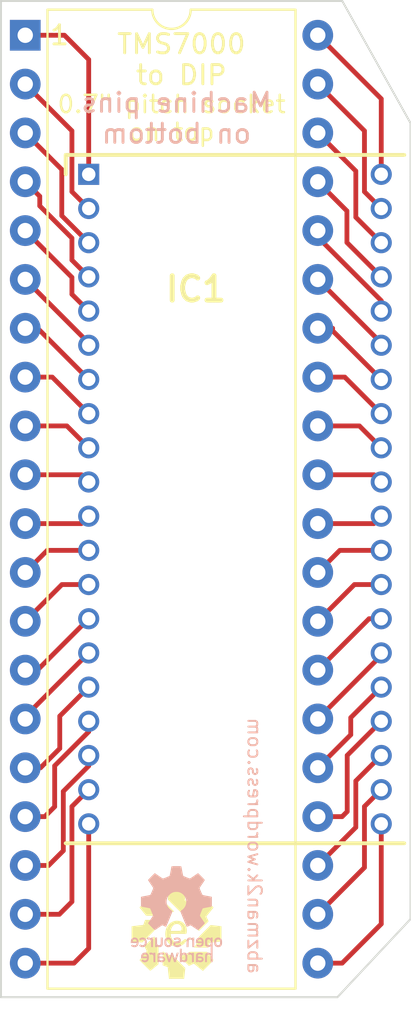
<source format=kicad_pcb>
(kicad_pcb (version 20211014) (generator pcbnew)
  (layers (0 "F.Cu" signal) (31 "B.Cu" signal) (34 "B.Paste" user) (35 "F.Paste" user) (36 "B.SilkS" user "B.Silkscreen") (37 "F.SilkS" user "F.Silkscreen") (38 "B.Mask" user) (39 "F.Mask" user) (44 "Edge.Cuts" user))
  (net 0 "")
  (net 1 "B5")
  (net 2 "B7")
  (net 3 "B0")
  (net 4 "B1")
  (net 5 "B2")
  (net 6 "A0")
  (net 7 "A1")
  (net 8 "A2")
  (net 9 "A3")
  (net 10 "A4")
  (net 11 "A7")
  (net 12 "{slash}INT3")
  (net 13 "{slash}INT1")
  (net 14 "{slash}RESET")
  (net 15 "A6")
  (net 16 "A5")
  (net 17 "XTAL2")
  (net 18 "XTAL1")
  (net 19 "D7")
  (net 20 "D6")
  (net 21 "D5")
  (net 22 "D4")
  (net 23 "D3")
  (net 24 "D2")
  (net 25 "Vcc")
  (net 26 "D1")
  (net 27 "D0")
  (net 28 "C0")
  (net 29 "C1")
  (net 30 "C2")
  (net 31 "C3")
  (net 32 "C4")
  (net 33 "C5")
  (net 34 "C6")
  (net 35 "C7")
  (net 36 "MC")
  (net 37 "B3")
  (net 38 "B4")
  (net 39 "B6")
  (net 40 "Vss")
  (footprint "Package_DIP:DIP-40_W15.24mm" (layer "F.Cu") (at 115.565 52.837)
    (fp_text reference "U1" hide)
    (fp_text value "DIP40 male pins")
    (pad "1" thru_hole rect locked (at 0 0) (size 1.6 1.6) (drill 0.8) (layers *.Cu *.Mask) (net 1 "B5"))
    (pad "2" thru_hole oval locked (at 0 2.54) (size 1.6 1.6) (drill 0.8) (layers *.Cu *.Mask) (net 2 "B7"))
    (pad "3" thru_hole oval locked (at 0 5.08) (size 1.6 1.6) (drill 0.8) (layers *.Cu *.Mask) (net 3 "B0"))
    (pad "4" thru_hole oval locked (at 0 7.62) (size 1.6 1.6) (drill 0.8) (layers *.Cu *.Mask) (net 4 "B1"))
    (pad "5" thru_hole oval locked (at 0 10.16) (size 1.6 1.6) (drill 0.8) (layers *.Cu *.Mask) (net 5 "B2"))
    (pad "6" thru_hole oval locked (at 0 12.7) (size 1.6 1.6) (drill 0.8) (layers *.Cu *.Mask) (net 6 "A0"))
    (pad "7" thru_hole oval locked (at 0 15.24) (size 1.6 1.6) (drill 0.8) (layers *.Cu *.Mask) (net 7 "A1"))
    (pad "8" thru_hole oval locked (at 0 17.78) (size 1.6 1.6) (drill 0.8) (layers *.Cu *.Mask) (net 8 "A2"))
    (pad "9" thru_hole oval locked (at 0 20.32) (size 1.6 1.6) (drill 0.8) (layers *.Cu *.Mask) (net 9 "A3"))
    (pad "10" thru_hole oval locked (at 0 22.86) (size 1.6 1.6) (drill 0.8) (layers *.Cu *.Mask) (net 10 "A4"))
    (pad "11" thru_hole oval locked (at 0 25.4) (size 1.6 1.6) (drill 0.8) (layers *.Cu *.Mask) (net 11 "A7"))
    (pad "12" thru_hole oval locked (at 0 27.94) (size 1.6 1.6) (drill 0.8) (layers *.Cu *.Mask) (net 12 "{slash}INT3"))
    (pad "13" thru_hole oval locked (at 0 30.48) (size 1.6 1.6) (drill 0.8) (layers *.Cu *.Mask) (net 13 "{slash}INT1"))
    (pad "14" thru_hole oval locked (at 0 33.02) (size 1.6 1.6) (drill 0.8) (layers *.Cu *.Mask) (net 14 "{slash}RESET"))
    (pad "15" thru_hole oval locked (at 0 35.56) (size 1.6 1.6) (drill 0.8) (layers *.Cu *.Mask) (net 15 "A6"))
    (pad "16" thru_hole oval locked (at 0 38.1) (size 1.6 1.6) (drill 0.8) (layers *.Cu *.Mask) (net 16 "A5"))
    (pad "17" thru_hole oval locked (at 0 40.64) (size 1.6 1.6) (drill 0.8) (layers *.Cu *.Mask) (net 17 "XTAL2"))
    (pad "18" thru_hole oval locked (at 0 43.18) (size 1.6 1.6) (drill 0.8) (layers *.Cu *.Mask) (net 18 "XTAL1"))
    (pad "19" thru_hole oval locked (at 0 45.72) (size 1.6 1.6) (drill 0.8) (layers *.Cu *.Mask) (net 19 "D7"))
    (pad "20" thru_hole oval locked (at 0 48.26) (size 1.6 1.6) (drill 0.8) (layers *.Cu *.Mask) (net 20 "D6"))
    (pad "21" thru_hole oval locked (at 15.24 48.26) (size 1.6 1.6) (drill 0.8) (layers *.Cu *.Mask) (net 21 "D5"))
    (pad "22" thru_hole oval locked (at 15.24 45.72) (size 1.6 1.6) (drill 0.8) (layers *.Cu *.Mask) (net 22 "D4"))
    (pad "23" thru_hole oval locked (at 15.24 43.18) (size 1.6 1.6) (drill 0.8) (layers *.Cu *.Mask) (net 23 "D3"))
    (pad "24" thru_hole oval locked (at 15.24 40.64) (size 1.6 1.6) (drill 0.8) (layers *.Cu *.Mask) (net 24 "D2"))
    (pad "25" thru_hole oval locked (at 15.24 38.1) (size 1.6 1.6) (drill 0.8) (layers *.Cu *.Mask) (net 25 "Vcc"))
    (pad "26" thru_hole oval locked (at 15.24 35.56) (size 1.6 1.6) (drill 0.8) (layers *.Cu *.Mask) (net 26 "D1"))
    (pad "27" thru_hole oval locked (at 15.24 33.02) (size 1.6 1.6) (drill 0.8) (layers *.Cu *.Mask) (net 27 "D0"))
    (pad "28" thru_hole oval locked (at 15.24 30.48) (size 1.6 1.6) (drill 0.8) (layers *.Cu *.Mask) (net 28 "C0"))
    (pad "29" thru_hole oval locked (at 15.24 27.94) (size 1.6 1.6) (drill 0.8) (layers *.Cu *.Mask) (net 29 "C1"))
    (pad "30" thru_hole oval locked (at 15.24 25.4) (size 1.6 1.6) (drill 0.8) (layers *.Cu *.Mask) (net 30 "C2"))
    (pad "31" thru_hole oval locked (at 15.24 22.86) (size 1.6 1.6) (drill 0.8) (layers *.Cu *.Mask) (net 31 "C3"))
    (pad "32" thru_hole oval locked (at 15.24 20.32) (size 1.6 1.6) (drill 0.8) (layers *.Cu *.Mask) (net 32 "C4"))
    (pad "33" thru_hole oval locked (at 15.24 17.78) (size 1.6 1.6) (drill 0.8) (layers *.Cu *.Mask) (net 33 "C5"))
    (pad "34" thru_hole oval locked (at 15.24 15.24) (size 1.6 1.6) (drill 0.8) (layers *.Cu *.Mask) (net 34 "C6"))
    (pad "35" thru_hole oval locked (at 15.24 12.7) (size 1.6 1.6) (drill 0.8) (layers *.Cu *.Mask) (net 35 "C7"))
    (pad "36" thru_hole oval locked (at 15.24 10.16) (size 1.6 1.6) (drill 0.8) (layers *.Cu *.Mask) (net 36 "MC"))
    (pad "37" thru_hole oval locked (at 15.24 7.62) (size 1.6 1.6) (drill 0.8) (layers *.Cu *.Mask) (net 37 "B3"))
    (pad "38" thru_hole oval locked (at 15.24 5.08) (size 1.6 1.6) (drill 0.8) (layers *.Cu *.Mask) (net 38 "B4"))
    (pad "39" thru_hole oval locked (at 15.24 2.54) (size 1.6 1.6) (drill 0.8) (layers *.Cu *.Mask) (net 39 "B6"))
    (pad "40" thru_hole oval locked (at 15.24 0) (size 1.6 1.6) (drill 0.8) (layers *.Cu *.Mask) (net 40 "Vss"))
  )
  (footprint "Evan's misc parts:Evan Logo" (layer "F.Cu") (at 123.444 99.568)
    (fp_text reference "G***" hide)
    (fp_text value "LOGO" hide)
  )
  (footprint "Evan's misc parts:DIPS1524W50P178L3580H420Q40N" (layer "F.Cu") (at 118.872 60.071)
    (fp_text reference "IC1" (at 5.588 5.969) (layer "F.SilkS") (effects (font (size 1.27 1.27) (thickness 0.254))))
    (fp_text value "117-83-640-41-005101" hide)
    (pad "1" thru_hole rect (at 0 0) (size 1.1 1.1) (drill 0.7) (layers *.Cu *.Mask) (net 1 "B5"))
    (pad "2" thru_hole circle (at 0 1.778) (size 1.1 1.1) (drill 0.7) (layers *.Cu *.Mask) (net 2 "B7"))
    (pad "3" thru_hole circle (at 0 3.556) (size 1.1 1.1) (drill 0.7) (layers *.Cu *.Mask) (net 3 "B0"))
    (pad "4" thru_hole circle (at 0 5.334) (size 1.1 1.1) (drill 0.7) (layers *.Cu *.Mask) (net 4 "B1"))
    (pad "5" thru_hole circle (at 0 7.112) (size 1.1 1.1) (drill 0.7) (layers *.Cu *.Mask) (net 5 "B2"))
    (pad "6" thru_hole circle (at 0 8.89) (size 1.1 1.1) (drill 0.7) (layers *.Cu *.Mask) (net 6 "A0"))
    (pad "7" thru_hole circle (at 0 10.668) (size 1.1 1.1) (drill 0.7) (layers *.Cu *.Mask) (net 7 "A1"))
    (pad "8" thru_hole circle (at 0 12.446) (size 1.1 1.1) (drill 0.7) (layers *.Cu *.Mask) (net 8 "A2"))
    (pad "9" thru_hole circle (at 0 14.224) (size 1.1 1.1) (drill 0.7) (layers *.Cu *.Mask) (net 9 "A3"))
    (pad "10" thru_hole circle (at 0 16.002) (size 1.1 1.1) (drill 0.7) (layers *.Cu *.Mask) (net 10 "A4"))
    (pad "11" thru_hole circle (at 0 17.78) (size 1.1 1.1) (drill 0.7) (layers *.Cu *.Mask) (net 11 "A7"))
    (pad "12" thru_hole circle (at 0 19.558) (size 1.1 1.1) (drill 0.7) (layers *.Cu *.Mask) (net 12 "{slash}INT3"))
    (pad "13" thru_hole circle (at 0 21.336) (size 1.1 1.1) (drill 0.7) (layers *.Cu *.Mask) (net 13 "{slash}INT1"))
    (pad "14" thru_hole circle (at 0 23.114) (size 1.1 1.1) (drill 0.7) (layers *.Cu *.Mask) (net 14 "{slash}RESET"))
    (pad "15" thru_hole circle (at 0 24.892) (size 1.1 1.1) (drill 0.7) (layers *.Cu *.Mask) (net 15 "A6"))
    (pad "16" thru_hole circle (at 0 26.67) (size 1.1 1.1) (drill 0.7) (layers *.Cu *.Mask) (net 16 "A5"))
    (pad "17" thru_hole circle (at 0 28.448) (size 1.1 1.1) (drill 0.7) (layers *.Cu *.Mask) (net 17 "XTAL2"))
    (pad "18" thru_hole circle (at 0 30.226) (size 1.1 1.1) (drill 0.7) (layers *.Cu *.Mask) (net 18 "XTAL1"))
    (pad "19" thru_hole circle (at 0 32.004) (size 1.1 1.1) (drill 0.7) (layers *.Cu *.Mask) (net 19 "D7"))
    (pad "20" thru_hole circle (at 0 33.782) (size 1.1 1.1) (drill 0.7) (layers *.Cu *.Mask) (net 20 "D6"))
    (pad "21" thru_hole circle (at 15.24 33.782) (size 1.1 1.1) (drill 0.7) (layers *.Cu *.Mask) (net 21 "D5"))
    (pad "22" thru_hole circle (at 15.24 32.004) (size 1.1 1.1) (drill 0.7) (layers *.Cu *.Mask) (net 22 "D4"))
    (pad "23" thru_hole circle (at 15.24 30.226) (size 1.1 1.1) (drill 0.7) (layers *.Cu *.Mask) (net 23 "D3"))
    (pad "24" thru_hole circle (at 15.24 28.448) (size 1.1 1.1) (drill 0.7) (layers *.Cu *.Mask) (net 24 "D2"))
    (pad "25" thru_hole circle (at 15.24 26.67) (size 1.1 1.1) (drill 0.7) (layers *.Cu *.Mask) (net 25 "Vcc"))
    (pad "26" thru_hole circle (at 15.24 24.892) (size 1.1 1.1) (drill 0.7) (layers *.Cu *.Mask) (net 26 "D1"))
    (pad "27" thru_hole circle (at 15.24 23.114) (size 1.1 1.1) (drill 0.7) (layers *.Cu *.Mask) (net 27 "D0"))
    (pad "28" thru_hole circle (at 15.24 21.336) (size 1.1 1.1) (drill 0.7) (layers *.Cu *.Mask) (net 28 "C0"))
    (pad "29" thru_hole circle (at 15.24 19.558) (size 1.1 1.1) (drill 0.7) (layers *.Cu *.Mask) (net 29 "C1"))
    (pad "30" thru_hole circle (at 15.24 17.78) (size 1.1 1.1) (drill 0.7) (layers *.Cu *.Mask) (net 30 "C2"))
    (pad "31" thru_hole circle (at 15.24 16.002) (size 1.1 1.1) (drill 0.7) (layers *.Cu *.Mask) (net 31 "C3"))
    (pad "32" thru_hole circle (at 15.24 14.224) (size 1.1 1.1) (drill 0.7) (layers *.Cu *.Mask) (net 32 "C4"))
    (pad "33" thru_hole circle (at 15.24 12.446) (size 1.1 1.1) (drill 0.7) (layers *.Cu *.Mask) (net 33 "C5"))
    (pad "34" thru_hole circle (at 15.24 10.668) (size 1.1 1.1) (drill 0.7) (layers *.Cu *.Mask) (net 34 "C6"))
    (pad "35" thru_hole circle (at 15.24 8.89) (size 1.1 1.1) (drill 0.7) (layers *.Cu *.Mask) (net 35 "C7"))
    (pad "36" thru_hole circle (at 15.24 7.112) (size 1.1 1.1) (drill 0.7) (layers *.Cu *.Mask) (net 36 "MC"))
    (pad "37" thru_hole circle (at 15.24 5.334) (size 1.1 1.1) (drill 0.7) (layers *.Cu *.Mask) (net 37 "B3"))
    (pad "38" thru_hole circle (at 15.24 3.556) (size 1.1 1.1) (drill 0.7) (layers *.Cu *.Mask) (net 38 "B4"))
    (pad "39" thru_hole circle (at 15.24 1.778) (size 1.1 1.1) (drill 0.7) (layers *.Cu *.Mask) (net 39 "B6"))
    (pad "40" thru_hole circle (at 15.24 0) (size 1.1 1.1) (drill 0.7) (layers *.Cu *.Mask) (net 40 "Vss"))
  )
  (footprint "Evan's misc parts:OSHW gear" (layer "B.Cu") (at 123.444 98.552 180)
    (fp_text reference "G***" hide)
    (fp_text value "LOGO" hide)
  )
  (gr_line (start 135.636 95.25) (end 135.636 96.52) (layer "Edge.Cuts") (width 0.1))
  (gr_line (start 114.3 102.87) (end 114.3 51.054) (layer "Edge.Cuts") (width 0.1))
  (gr_line (start 135.636 98.806) (end 131.826 102.87) (layer "Edge.Cuts") (width 0.1))
  (gr_line (start 114.3 51.054) (end 132.08 51.054) (layer "Edge.Cuts") (width 0.1))
  (gr_line (start 131.826 102.87) (end 114.3 102.87) (layer "Edge.Cuts") (width 0.1))
  (gr_line (start 135.636 60.198) (end 135.636 95.25) (layer "Edge.Cuts") (width 0.1))
  (gr_line (start 135.636 57.404) (end 135.636 60.198) (layer "Edge.Cuts") (width 0.1))
  (gr_line (start 135.636 96.52) (end 135.636 98.806) (layer "Edge.Cuts") (width 0.1))
  (gr_line (start 132.08 51.054) (end 135.636 57.404) (layer "Edge.Cuts") (width 0.1))
  (gr_text "abzman2k.wordpress.com" (at 127.508 94.996 -90) (layer "B.SilkS") (effects (font (size 0.7 0.7) (thickness 0.1)) (justify mirror)))
  (gr_text "Machine pins\non bottom" (at 123.444 57.15) (layer "B.SilkS") (effects (font (size 1 1)) (justify mirror)))
  (gr_text "TMS7000\nto DIP" (at 123.698 54.102) (layer "F.SilkS") (effects (font (size 1 1))))
  (gr_text "0.7{dblquote} pitch socket\non top" (at 123.19 57.15) (layer "F.SilkS") (effects (font (size 0.9 0.9) (thickness 0.13))))
  (gr_text "1" (at 117.348 52.832) (layer "F.SilkS") (effects (font (size 1 1))))
  (segment (start 115.565 52.837) (end 117.607 52.837) (width 0.25) (layer "F.Cu") (net 1))
  (segment (start 118.872 54.102) (end 118.872 60.071) (width 0.25) (layer "F.Cu") (net 1))
  (segment (start 117.607 52.837) (end 118.872 54.102) (width 0.25) (layer "F.Cu") (net 1))
  (segment (start 115.565 55.377) (end 117.997489 57.809489) (width 0.25) (layer "F.Cu") (net 2))
  (segment (start 117.997489 57.809489) (end 117.997489 60.974489) (width 0.25) (layer "F.Cu") (net 2))
  (segment (start 117.997489 60.974489) (end 118.872 61.849) (width 0.25) (layer "F.Cu") (net 2))
  (segment (start 115.565 57.917) (end 117.469282 59.821282) (width 0.25) (layer "F.Cu") (net 3))
  (segment (start 117.469282 59.821282) (end 117.469282 62.224282) (width 0.25) (layer "F.Cu") (net 3))
  (segment (start 117.469282 62.224282) (end 118.872 63.627) (width 0.25) (layer "F.Cu") (net 3))
  (segment (start 117.997489 64.530489) (end 118.872 65.405) (width 0.25) (layer "F.Cu") (net 4))
  (segment (start 116.322 61.712717) (end 117.997489 63.388206) (width 0.25) (layer "F.Cu") (net 4))
  (segment (start 115.565 60.457) (end 116.322 61.214) (width 0.25) (layer "F.Cu") (net 4))
  (segment (start 117.997489 63.388206) (end 117.997489 64.530489) (width 0.25) (layer "F.Cu") (net 4))
  (segment (start 116.322 61.214) (end 116.322 61.712717) (width 0.25) (layer "F.Cu") (net 4))
  (segment (start 117.997489 66.308489) (end 118.872 67.183) (width 0.25) (layer "F.Cu") (net 5))
  (segment (start 117.997489 65.429489) (end 117.997489 66.308489) (width 0.25) (layer "F.Cu") (net 5))
  (segment (start 115.565 62.997) (end 117.997489 65.429489) (width 0.25) (layer "F.Cu") (net 5))
  (segment (start 118.872 68.844) (end 118.872 68.961) (width 0.25) (layer "F.Cu") (net 6))
  (segment (start 115.565 65.537) (end 118.872 68.844) (width 0.25) (layer "F.Cu") (net 6))
  (segment (start 116.21 68.077) (end 115.565 68.077) (width 0.25) (layer "F.Cu") (net 7))
  (segment (start 118.872 70.739) (end 116.21 68.077) (width 0.25) (layer "F.Cu") (net 7))
  (segment (start 115.565 70.617) (end 116.972 70.617) (width 0.25) (layer "F.Cu") (net 8))
  (segment (start 116.972 70.617) (end 118.872 72.517) (width 0.25) (layer "F.Cu") (net 8))
  (segment (start 115.565 73.157) (end 117.734 73.157) (width 0.25) (layer "F.Cu") (net 9))
  (segment (start 117.734 73.157) (end 118.872 74.295) (width 0.25) (layer "F.Cu") (net 9))
  (segment (start 118.496 75.697) (end 118.872 76.073) (width 0.25) (layer "F.Cu") (net 10))
  (segment (start 115.565 75.697) (end 118.496 75.697) (width 0.25) (layer "F.Cu") (net 10))
  (segment (start 118.486 78.237) (end 118.872 77.851) (width 0.25) (layer "F.Cu") (net 11))
  (segment (start 115.565 78.237) (end 118.486 78.237) (width 0.25) (layer "F.Cu") (net 11))
  (segment (start 116.713 79.629) (end 115.565 80.777) (width 0.25) (layer "F.Cu") (net 12))
  (segment (start 118.872 79.629) (end 116.713 79.629) (width 0.25) (layer "F.Cu") (net 12))
  (segment (start 117.475 81.407) (end 115.565 83.317) (width 0.25) (layer "F.Cu") (net 13))
  (segment (start 118.872 81.407) (end 117.475 81.407) (width 0.25) (layer "F.Cu") (net 13))
  (segment (start 118.872 83.185) (end 116.2 85.857) (width 0.25) (layer "F.Cu") (net 14))
  (segment (start 116.2 85.857) (end 115.565 85.857) (width 0.25) (layer "F.Cu") (net 14))
  (segment (start 118.872 84.963) (end 115.565 88.27) (width 0.25) (layer "F.Cu") (net 15))
  (segment (start 115.565 88.27) (end 115.565 88.397) (width 0.25) (layer "F.Cu") (net 15))
  (segment (start 116.359537 90.937) (end 115.565 90.937) (width 0.25) (layer "F.Cu") (net 16))
  (segment (start 118.872 86.741) (end 117.364268 88.248732) (width 0.25) (layer "F.Cu") (net 16))
  (segment (start 117.364268 89.932268) (end 116.359537 90.937) (width 0.25) (layer "F.Cu") (net 16))
  (segment (start 117.364268 88.248732) (end 117.364268 89.932268) (width 0.25) (layer "F.Cu") (net 16))
  (segment (start 116.591 93.467) (end 117.098449 92.959551) (width 0.25) (layer "F.Cu") (net 17))
  (segment (start 118.872 89.060254) (end 117.098449 90.833805) (width 0.25) (layer "F.Cu") (net 17))
  (segment (start 116.591 93.477) (end 116.591 93.467) (width 0.25) (layer "F.Cu") (net 17))
  (segment (start 116.591 93.477) (end 115.565 93.477) (width 0.25) (layer "F.Cu") (net 17))
  (segment (start 118.872 88.519) (end 118.872 89.060254) (width 0.25) (layer "F.Cu") (net 17))
  (segment (start 117.098449 90.833805) (end 117.098449 92.959551) (width 0.25) (layer "F.Cu") (net 17))
  (segment (start 118.872 90.297) (end 118.872 90.838254) (width 0.25) (layer "F.Cu") (net 18))
  (segment (start 117.547969 95.25) (end 116.780969 96.017) (width 0.25) (layer "F.Cu") (net 18))
  (segment (start 118.872 90.838254) (end 117.547969 92.162285) (width 0.25) (layer "F.Cu") (net 18))
  (segment (start 116.780969 96.017) (end 115.565 96.017) (width 0.25) (layer "F.Cu") (net 18))
  (segment (start 117.547969 92.162285) (end 117.547969 95.25) (width 0.25) (layer "F.Cu") (net 18))
  (segment (start 117.343 98.557) (end 115.565 98.557) (width 0.25) (layer "F.Cu") (net 19))
  (segment (start 118.872 92.075) (end 117.997489 92.949511) (width 0.25) (layer "F.Cu") (net 19))
  (segment (start 117.997489 92.949511) (end 117.997489 97.902511) (width 0.25) (layer "F.Cu") (net 19))
  (segment (start 117.997489 97.902511) (end 117.343 98.557) (width 0.25) (layer "F.Cu") (net 19))
  (segment (start 118.872 100.33) (end 118.105 101.097) (width 0.25) (layer "F.Cu") (net 20))
  (segment (start 118.105 101.097) (end 115.565 101.097) (width 0.25) (layer "F.Cu") (net 20))
  (segment (start 118.872 93.853) (end 118.872 100.33) (width 0.25) (layer "F.Cu") (net 20))
  (segment (start 130.805 101.097) (end 132.075 101.097) (width 0.25) (layer "F.Cu") (net 21))
  (segment (start 132.075 101.097) (end 134.112 99.06) (width 0.25) (layer "F.Cu") (net 21))
  (segment (start 134.112 99.06) (end 134.112 93.853) (width 0.25) (layer "F.Cu") (net 21))
  (segment (start 133.237489 96.124511) (end 133.237489 92.949511) (width 0.25) (layer "F.Cu") (net 22))
  (segment (start 133.237489 92.949511) (end 134.112 92.075) (width 0.25) (layer "F.Cu") (net 22))
  (segment (start 130.805 98.557) (end 133.237489 96.124511) (width 0.25) (layer "F.Cu") (net 22))
  (segment (start 132.787969 94.034031) (end 132.787969 91.621031) (width 0.25) (layer "F.Cu") (net 23))
  (segment (start 132.787969 91.621031) (end 134.112 90.297) (width 0.25) (layer "F.Cu") (net 23))
  (segment (start 130.805 96.017) (end 132.787969 94.034031) (width 0.25) (layer "F.Cu") (net 23))
  (segment (start 132.075 93.477) (end 132.338449 93.213551) (width 0.25) (layer "F.Cu") (net 24))
  (segment (start 132.338449 90.292551) (end 134.112 88.519) (width 0.25) (layer "F.Cu") (net 24))
  (segment (start 132.338449 93.213551) (end 132.338449 90.292551) (width 0.25) (layer "F.Cu") (net 24))
  (segment (start 130.805 93.477) (end 132.075 93.477) (width 0.25) (layer "F.Cu") (net 24))
  (segment (start 130.805 90.937) (end 132.5245 89.2175) (width 0.25) (layer "F.Cu") (net 25))
  (segment (start 132.5245 88.3285) (end 134.112 86.741) (width 0.25) (layer "F.Cu") (net 25))
  (segment (start 132.5245 89.2175) (end 132.5245 88.3285) (width 0.25) (layer "F.Cu") (net 25))
  (segment (start 134.112 85.09) (end 134.112 84.963) (width 0.25) (layer "F.Cu") (net 26))
  (segment (start 130.805 88.397) (end 134.112 85.09) (width 0.25) (layer "F.Cu") (net 26))
  (segment (start 130.805 85.857) (end 133.477 83.185) (width 0.25) (layer "F.Cu") (net 27))
  (segment (start 133.477 83.185) (end 134.112 83.185) (width 0.25) (layer "F.Cu") (net 27))
  (segment (start 130.805 83.317) (end 132.715 81.407) (width 0.25) (layer "F.Cu") (net 28))
  (segment (start 132.715 81.407) (end 134.112 81.407) (width 0.25) (layer "F.Cu") (net 28))
  (segment (start 130.805 80.777) (end 131.953 79.629) (width 0.25) (layer "F.Cu") (net 29))
  (segment (start 131.953 79.629) (end 134.112 79.629) (width 0.25) (layer "F.Cu") (net 29))
  (segment (start 133.726 78.237) (end 134.112 77.851) (width 0.25) (layer "F.Cu") (net 30))
  (segment (start 130.805 78.237) (end 133.726 78.237) (width 0.25) (layer "F.Cu") (net 30))
  (segment (start 130.805 75.697) (end 133.736 75.697) (width 0.25) (layer "F.Cu") (net 31))
  (segment (start 133.736 75.697) (end 134.112 76.073) (width 0.25) (layer "F.Cu") (net 31))
  (segment (start 130.805 73.157) (end 132.974 73.157) (width 0.25) (layer "F.Cu") (net 32))
  (segment (start 132.974 73.157) (end 134.112 74.295) (width 0.25) (layer "F.Cu") (net 32))
  (segment (start 130.805 70.617) (end 132.212 70.617) (width 0.25) (layer "F.Cu") (net 33))
  (segment (start 132.212 70.617) (end 134.112 72.517) (width 0.25) (layer "F.Cu") (net 33))
  (segment (start 130.805 68.077) (end 131.577 68.077) (width 0.25) (layer "F.Cu") (net 34))
  (segment (start 131.577 68.204) (end 134.112 70.739) (width 0.25) (layer "F.Cu") (net 34))
  (segment (start 131.577 68.077) (end 131.577 68.204) (width 0.25) (layer "F.Cu") (net 34))
  (segment (start 130.805 65.537) (end 134.112 68.844) (width 0.25) (layer "F.Cu") (net 35))
  (segment (start 134.112 68.844) (end 134.112 68.961) (width 0.25) (layer "F.Cu") (net 35))
  (segment (start 130.805 63.334746) (end 134.112 66.641746) (width 0.25) (layer "F.Cu") (net 36))
  (segment (start 134.112 66.641746) (end 134.112 67.183) (width 0.25) (layer "F.Cu") (net 36))
  (segment (start 130.805 62.997) (end 130.805 63.334746) (width 0.25) (layer "F.Cu") (net 36))
  (segment (start 132.324 63.617) (end 134.112 65.405) (width 0.25) (layer "F.Cu") (net 37))
  (segment (start 130.805 60.457) (end 132.324 61.976) (width 0.25) (layer "F.Cu") (net 37))
  (segment (start 132.324 61.976) (end 132.324 63.617) (width 0.25) (layer "F.Cu") (net 37))
  (segment (start 132.787969 62.302969) (end 134.112 63.627) (width 0.25) (layer "F.Cu") (net 38))
  (segment (start 132.787969 59.899969) (end 132.787969 62.302969) (width 0.25) (layer "F.Cu") (net 38))
  (segment (start 130.805 57.917) (end 132.787969 59.899969) (width 0.25) (layer "F.Cu") (net 38))
  (segment (start 133.237489 60.974489) (end 134.112 61.849) (width 0.25) (layer "F.Cu") (net 39))
  (segment (start 130.805 55.377) (end 133.237489 57.809489) (width 0.25) (layer "F.Cu") (net 39))
  (segment (start 133.237489 57.809489) (end 133.237489 60.974489) (width 0.25) (layer "F.Cu") (net 39))
  (segment (start 130.805 52.837) (end 134.112 56.144) (width 0.25) (layer "F.Cu") (net 40))
  (segment (start 134.112 56.144) (end 134.112 60.071) (width 0.25) (layer "F.Cu") (net 40))
)
</source>
